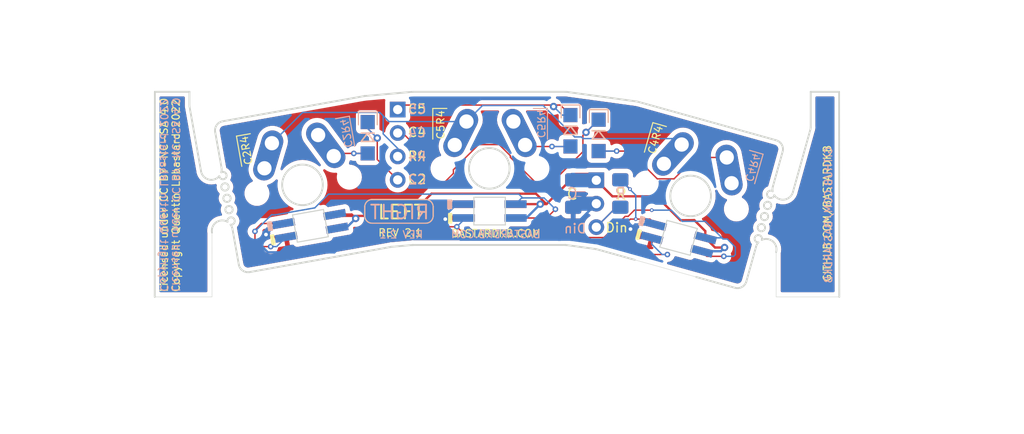
<source format=kicad_pcb>
(kicad_pcb (version 20211014) (generator pcbnew)
  (layers (0 "F.Cu" signal) (31 "B.Cu" signal) (34 "B.Paste" user) (35 "F.Paste" user) (36 "B.SilkS" user "B.Silkscreen") (37 "F.SilkS" user "F.Silkscreen") (38 "B.Mask" user) (39 "F.Mask" user) (44 "Edge.Cuts" user))
  (net 0 "")
  (net 1 "Net-(D7-Pad3)")
  (net 2 "Net-(D5-Pad2)")
  (net 3 "col2")
  (net 4 "Net-(D14-Pad2)")
  (net 5 "col4")
  (net 6 "Net-(D19-Pad2)")
  (net 7 "col5")
  (net 8 "row1")
  (net 9 "Vcc")
  (net 10 "Din")
  (net 11 "Gnd")
  (net 12 "Net-(D10-Pad3)")
  (net 13 "Net-(D10-Pad1)")
  (net 14 "Net-(D12-Pad1)")
  (net 15 "Net-(D13-Pad1)")
  (footprint "Connector_PinHeader_2.54mm:PinHeader_1x03_P2.54mm_Vertical" (layer "F.Cu") (at 105.8 75.86)
    (fp_text reference "J2" hide)
    (fp_text value "Conn_01x03_Female")
    (pad "1" thru_hole rect locked (at 0 0) (size 1.7 1.7) (drill 1) (layers *.Cu *.Mask) (net 9 "Vcc"))
    (pad "2" thru_hole oval locked (at 0 2.54) (size 1.7 1.7) (drill 1) (layers *.Cu *.Mask) (net 11 "Gnd"))
    (pad "3" thru_hole oval locked (at 0 5.08) (size 1.7 1.7) (drill 1) (layers *.Cu *.Mask) (net 10 "Din"))
  )
  (footprint "Resistor_SMD:R_1206_3216Metric_Pad1.42x1.75mm_HandSolder" (layer "F.Cu") (at 108.4 77.295 -90)
    (fp_text reference "R2" hide)
    (fp_text value "R")
    (pad "1" smd roundrect locked (at -1.4875 0 270) (size 1.425 1.75) (layers "F.Cu" "F.Paste" "F.Mask") (roundrect_rratio 0.1754392982) (net 1 "Net-(D7-Pad3)"))
    (pad "2" smd roundrect locked (at 1.4875 0 270) (size 1.425 1.75) (layers "F.Cu" "F.Paste" "F.Mask") (roundrect_rratio 0.1754392982) (net 10 "Din"))
  )
  (footprint "Connector_PinHeader_2.54mm:PinHeader_1x04_P2.54mm_Vertical" (layer "F.Cu") (at 84.3 68.2)
    (fp_text reference "J1" hide)
    (fp_text value "Conn_01x04_Female")
    (pad "1" thru_hole rect locked (at 0 0) (size 1.7 1.7) (drill 1) (layers *.Cu *.Mask) (net 7 "col5"))
    (pad "2" thru_hole oval locked (at 0 2.54) (size 1.7 1.7) (drill 1) (layers *.Cu *.Mask) (net 5 "col4"))
    (pad "3" thru_hole oval locked (at 0 5.08) (size 1.7 1.7) (drill 1) (layers *.Cu *.Mask) (net 8 "row1"))
    (pad "4" thru_hole oval locked (at 0 7.62) (size 1.7 1.7) (drill 1) (layers *.Cu *.Mask) (net 3 "col2"))
  )
  (footprint "libs2:YS-SK6812MINI-E_REVERSE" (layer "F.Cu") (at 94.25 79.2)
    (fp_text reference "D10" hide)
    (fp_text value "SK6812MINI")
    (fp_poly (pts (xy -4.1 1.3) (xy -4.45 1.3) (xy -4.45 0.25) (xy -4.1 0.25)) (layer "F.SilkS") (width 0.1) (fill solid))
    (fp_line (start -1.7 1.5) (end 1.7 1.5) (layer "Edge.Cuts") (width 0.12))
    (fp_line (start 1.7 -1.5) (end -1.7 -1.5) (layer "Edge.Cuts") (width 0.12))
    (fp_line (start 1.7 1.5) (end 1.7 -1.5) (layer "Edge.Cuts") (width 0.12))
    (fp_line (start -1.7 -1.5) (end -1.7 1.5) (layer "Edge.Cuts") (width 0.12))
    (pad "1" smd rect locked (at 2.8 0.75) (size 2.4 0.82) (layers "F.Cu" "F.Paste" "F.Mask") (net 13 "Net-(D10-Pad1)"))
    (pad "2" smd rect locked (at -2.8 0.75) (size 2.4 0.82) (layers "F.Cu" "F.Paste" "F.Mask") (net 11 "Gnd"))
    (pad "3" smd rect locked (at -2.8 -0.75) (size 2.4 0.82) (layers "F.Cu" "F.Paste" "F.Mask") (net 12 "Net-(D10-Pad3)"))
    (pad "4" smd rect locked (at 2.8 -0.75) (size 2.4 0.82) (layers "F.Cu" "F.Paste" "F.Mask") (net 9 "Vcc"))
  )
  (footprint "LED_SMD:LED_1206_3216Metric_Pad1.42x1.75mm_HandSolder" (layer "F.Cu") (at 103.3 77.3 -90)
    (fp_text reference "C1" hide)
    (fp_text value "C")
    (pad "1" smd roundrect locked (at -1.4875 0 270) (size 1.425 1.75) (layers "F.Cu" "F.Paste" "F.Mask") (roundrect_rratio 0.1754392982) (net 9 "Vcc"))
    (pad "2" smd roundrect locked (at 1.4875 0 270) (size 1.425 1.75) (layers "F.Cu" "F.Paste" "F.Mask") (roundrect_rratio 0.1754392982) (net 11 "Gnd"))
  )
  (footprint "custom:Diode_TH_SOD123" (layer "F.Cu") (at 81.05 66.25 -90)
    (fp_text reference "D5" hide)
    (fp_text value "D")
    (fp_line (start 5.4 -0.7) (end 5.4 0.7) (layer "B.SilkS") (width 0.15))
    (fp_line (start 4.5 0) (end 5.4 -0.7) (layer "B.SilkS") (width 0.15))
    (fp_line (start 2.2 -1.032) (end 3.597 -1.032) (layer "B.SilkS") (width 0.12))
    (fp_line (start 2.2 1) (end 2.2 -1.032) (layer "B.SilkS") (width 0.12))
    (fp_line (start 3.597 1) (end 2.2 1) (layer "B.SilkS") (width 0.12))
    (fp_line (start 4.5 -0.7) (end 4.5 0.7) (layer "B.SilkS") (width 0.15))
    (fp_line (start 5.4 0.7) (end 4.5 0) (layer "B.SilkS") (width 0.15))
    (fp_line (start 4.5 0) (end 5.4 -0.7) (layer "F.SilkS") (width 0.15))
    (fp_line (start 4.5 -0.7) (end 4.5 0.7) (layer "F.SilkS") (width 0.15))
    (fp_line (start 3.597 -1.032) (end 2.2 -1.032) (layer "F.SilkS") (width 0.12))
    (fp_line (start 2.2 1) (end 3.597 1) (layer "F.SilkS") (width 0.12))
    (fp_line (start 5.4 -0.7) (end 5.4 0.7) (layer "F.SilkS") (width 0.15))
    (fp_line (start 5.4 0.7) (end 4.5 0) (layer "F.SilkS") (width 0.15))
    (fp_line (start 2.2 -1.032) (end 2.2 1) (layer "F.SilkS") (width 0.12))
    (pad "1" smd rect locked (at 3.3 0 270) (size 1.524 1.524) (layers "F.Cu" "F.Paste" "F.Mask") (net 3 "col2"))
    (pad "1" smd rect locked (at 3.3 0 270) (size 1.524 1.524) (layers "B.Cu" "B.Paste" "B.Mask") (net 3 "col2"))
    (pad "2" smd rect locked (at 6.7 0 270) (size 1.524 1.524) (layers "F.Cu" "F.Paste" "F.Mask") (net 2 "Net-(D5-Pad2)"))
    (pad "2" smd rect locked (at 6.7 0 270) (size 1.524 1.524) (layers "B.Cu" "B.Paste" "B.Mask") (net 2 "Net-(D5-Pad2)"))
  )
  (footprint "custom:SW_MX_reversible" (layer "F.Cu") (at 94.2848 74.5744)
    (fp_text reference "SW19" hide)
    (fp_text value "SW_Push")
    (fp_line (start 6.225 -6.5) (end 4.7 -6.5) (layer "B.SilkS") (width 0.12))
    (fp_line (start 6.225 -6.5) (end 6.225 -3.175) (layer "B.SilkS") (width 0.12))
    (fp_line (start -6.1875 -6.498) (end -6.1875 -3.173) (layer "F.SilkS") (width 0.12))
    (fp_line (start -6.1875 -6.498) (end -4.6625 -6.498) (layer "F.SilkS") (width 0.12))
    (pad "" np_thru_hole circle (at 5.08 0) (size 1.7018 1.7018) (drill 1.7018) (layers *.Cu *.Mask))
    (pad "" np_thru_hole circle (at -5.08 0) (size 1.7018 1.7018) (drill 1.7018) (layers *.Cu *.Mask))
    (pad "1" thru_hole oval (at -3.81 -2.54 333.5) (size 2.35 5.55) (drill 1.55 (offset 0 -1.45)) (layers *.Cu *.Mask) (net 8 "row1"))
    (pad "1" thru_hole circle (at -2.54 -5.08) (size 2.35 2.35) (drill 1.55) (layers *.Cu *.Mask) (net 8 "row1"))
    (pad "2" thru_hole circle (at 2.54 -5.08) (size 2.35 2.35) (drill 1.55) (layers *.Cu *.Mask) (net 6 "Net-(D19-Pad2)"))
    (pad "2" thru_hole oval (at 3.81 -2.54 26.5) (size 2.35 5.55) (drill 1.55 (offset 0 -1.45)) (layers *.Cu *.Mask) (net 6 "Net-(D19-Pad2)"))
  )
  (footprint "custom:SW_MX_reversible" (layer "F.Cu") (at 116.078 77.5716 -16)
    (fp_text reference "SW14" hide)
    (fp_text value "SW_Push")
    (fp_line (start 6.225 -6.5) (end 6.225 -3.175) (layer "B.SilkS") (width 0.12))
    (fp_line (start 6.225 -6.5) (end 4.7 -6.5) (layer "B.SilkS") (width 0.12))
    (fp_line (start -6.1875 -6.498) (end -4.6625 -6.498) (layer "F.SilkS") (width 0.12))
    (fp_line (start -6.1875 -6.498) (end -6.1875 -3.173) (layer "F.SilkS") (width 0.12))
    (pad "" np_thru_hole circle (at 5.08 0 344) (size 1.7018 1.7018) (drill 1.7018) (layers *.Cu *.Mask))
    (pad "" np_thru_hole circle (at -5.08 0 344) (size 1.7018 1.7018) (drill 1.7018) (layers *.Cu *.Mask))
    (pad "1" thru_hole oval (at -3.81 -2.54 317.5) (size 2.35 5.55) (drill 1.55 (offset 0 -1.45)) (layers *.Cu *.Mask) (net 8 "row1"))
    (pad "1" thru_hole circle (at -2.54 -5.08 344) (size 2.35 2.35) (drill 1.55) (layers *.Cu *.Mask) (net 8 "row1"))
    (pad "2" thru_hole circle (at 2.54 -5.08 344) (size 2.35 2.35) (drill 1.55) (layers *.Cu *.Mask) (net 4 "Net-(D14-Pad2)"))
    (pad "2" thru_hole oval (at 3.81 -2.54 10.5) (size 2.35 5.55) (drill 1.55 (offset 0 -1.45)) (layers *.Cu *.Mask) (net 4 "Net-(D14-Pad2)"))
  )
  (footprint "libs2:YS-SK6812MINI-E_REVERSE" (layer "F.Cu") (at 74.85 80.8 10)
    (fp_text reference "D12" hide)
    (fp_text value "SK6812MINI")
    (fp_poly (pts (xy -4.1 1.3) (xy -4.45 1.3) (xy -4.45 0.25) (xy -4.1 0.25)) (layer "F.SilkS") (width 0.1) (fill solid))
    (fp_line (start 1.7 -1.5) (end -1.7 -1.5) (layer "Edge.Cuts") (width 0.12))
    (fp_line (start -1.7 -1.5) (end -1.7 1.5) (layer "Edge.Cuts") (width 0.12))
    (fp_line (start -1.7 1.5) (end 1.7 1.5) (layer "Edge.Cuts") (width 0.12))
    (fp_line (start 1.7 1.5) (end 1.7 -1.5) (layer "Edge.Cuts") (width 0.12))
    (pad "1" smd rect locked (at 2.8 0.75 10) (size 2.4 0.82) (layers "F.Cu" "F.Paste" "F.Mask") (net 14 "Net-(D12-Pad1)"))
    (pad "2" smd rect locked (at -2.8 0.75 10) (size 2.4 0.82) (layers "F.Cu" "F.Paste" "F.Mask") (net 11 "Gnd"))
    (pad "3" smd rect locked (at -2.8 -0.75 10) (size 2.4 0.82) (layers "F.Cu" "F.Paste" "F.Mask") (net 13 "Net-(D10-Pad1)"))
    (pad "4" smd rect locked (at 2.8 -0.75 10) (size 2.4 0.82) (layers "F.Cu" "F.Paste" "F.Mask") (net 9 "Vcc"))
  )
  (footprint "custom:Diode_TH_SOD123" (layer "F.Cu") (at 103 65.5 -90)
    (fp_text reference "D19" hide)
    (fp_text value "D")
    (fp_line (start 5.4 0.7) (end 4.5 0) (layer "B.SilkS") (width 0.15))
    (fp_line (start 3.597 1) (end 2.2 1) (layer "B.SilkS") (width 0.12))
    (fp_line (start 4.5 -0.7) (end 4.5 0.7) (layer "B.SilkS") (width 0.15))
    (fp_line (start 2.2 1) (end 2.2 -1.032) (layer "B.SilkS") (width 0.12))
    (fp_line (start 2.2 -1.032) (end 3.597 -1.032) (layer "B.SilkS") (width 0.12))
    (fp_line (start 4.5 0) (end 5.4 -0.7) (layer "B.SilkS") (width 0.15))
    (fp_line (start 5.4 -0.7) (end 5.4 0.7) (layer "B.SilkS") (width 0.15))
    (fp_line (start 5.4 -0.7) (end 5.4 0.7) (layer "F.SilkS") (width 0.15))
    (fp_line (start 4.5 0) (end 5.4 -0.7) (layer "F.SilkS") (width 0.15))
    (fp_line (start 3.597 -1.032) (end 2.2 -1.032) (layer "F.SilkS") (width 0.12))
    (fp_line (start 4.5 -0.7) (end 4.5 0.7) (layer "F.SilkS") (width 0.15))
    (fp_line (start 2.2 1) (end 3.597 1) (layer "F.SilkS") (width 0.12))
    (fp_line (start 2.2 -1.032) (end 2.2 1) (layer "F.SilkS") (width 0.12))
    (fp_line (start 5.4 0.7) (end 4.5 0) (layer "F.SilkS") (width 0.15))
    (pad "1" smd rect locked (at 3.3 0 270) (size 1.524 1.524) (layers "F.Cu" "F.Paste" "F.Mask") (net 7 "col5"))
    (pad "1" smd rect locked (at 3.3 0 270) (size 1.524 1.524) (layers "B.Cu" "B.Paste" "B.Mask") (net 7 "col5"))
    (pad "2" smd rect locked (at 6.7 0 270) (size 1.524 1.524) (layers "F.Cu" "F.Paste" "F.Mask") (net 6 "Net-(D19-Pad2)"))
    (pad "2" smd rect locked (at 6.7 0 270) (size 1.524 1.524) (layers "B.Cu" "B.Paste" "B.Mask") (net 6 "Net-(D19-Pad2)"))
  )
  (footprint "libs2:YS-SK6812MINI-E_REVERSE" (layer "F.Cu") (at 114.7 82.1 -15)
    (fp_text reference "D7" hide)
    (fp_text value "SK6812MINI")
    (fp_poly (pts (xy -4.1 1.3) (xy -4.45 1.3) (xy -4.45 0.25) (xy -4.1 0.25)) (layer "F.SilkS") (width 0.1) (fill solid))
    (fp_line (start -1.7 -1.5) (end -1.7 1.5) (layer "Edge.Cuts") (width 0.12))
    (fp_line (start 1.7 1.5) (end 1.7 -1.5) (layer "Edge.Cuts") (width 0.12))
    (fp_line (start -1.7 1.5) (end 1.7 1.5) (layer "Edge.Cuts") (width 0.12))
    (fp_line (start 1.7 -1.5) (end -1.7 -1.5) (layer "Edge.Cuts") (width 0.12))
    (pad "1" smd rect locked (at 2.8 0.75 345) (size 2.4 0.82) (layers "F.Cu" "F.Paste" "F.Mask") (net 12 "Net-(D10-Pad3)"))
    (pad "2" smd rect locked (at -2.8 0.75 345) (size 2.4 0.82) (layers "F.Cu" "F.Paste" "F.Mask") (net 11 "Gnd"))
    (pad "3" smd rect locked (at -2.8 -0.75 345) (size 2.4 0.82) (layers "F.Cu" "F.Paste" "F.Mask") (net 1 "Net-(D7-Pad3)"))
    (pad "4" smd rect locked (at 2.8 -0.75 345) (size 2.4 0.82) (layers "F.Cu" "F.Paste" "F.Mask") (net 9 "Vcc"))
  )
  (footprint "custom:SW_MX_reversible" (layer "F.Cu") (at 74.0664 76.4032 10)
    (fp_text reference "SW5" hide)
    (fp_text value "SW_Push")
    (fp_line (start 6.225 -6.5) (end 4.7 -6.5) (layer "B.SilkS") (width 0.12))
    (fp_line (start 6.225 -6.5) (end 6.225 -3.175) (layer "B.SilkS") (width 0.12))
    (fp_line (start -6.1875 -6.498) (end -6.1875 -3.173) (layer "F.SilkS") (width 0.12))
    (fp_line (start -6.1875 -6.498) (end -4.6625 -6.498) (layer "F.SilkS") (width 0.12))
    (pad "" np_thru_hole circle (at 5.08 0 10) (size 1.7018 1.7018) (drill 1.7018) (layers *.Cu *.Mask))
    (pad "" np_thru_hole circle (at -5.08 0 10) (size 1.7018 1.7018) (drill 1.7018) (layers *.Cu *.Mask))
    (pad "1" thru_hole circle (at -2.54 -5.08 10) (size 2.35 2.35) (drill 1.55) (layers *.Cu *.Mask) (net 8 "row1"))
    (pad "1" thru_hole oval (at -3.81 -2.54 343.5) (size 2.35 5.55) (drill 1.55 (offset 0 -1.45)) (layers *.Cu *.Mask) (net 8 "row1"))
    (pad "2" thru_hole circle (at 2.54 -5.08 10) (size 2.35 2.35) (drill 1.55) (layers *.Cu *.Mask) (net 2 "Net-(D5-Pad2)"))
    (pad "2" thru_hole oval (at 3.81 -2.54 36.5) (size 2.35 5.55) (drill 1.55 (offset 0 -1.45)) (layers *.Cu *.Mask) (net 2 "Net-(D5-Pad2)"))
  )
  (footprint "custom:Diode_TH_SOD123" (layer "F.Cu") (at 106.05 66 -90)
    (fp_text reference "D14" hide)
    (fp_text value "D")
    (fp_line (start 3.597 1) (end 2.2 1) (layer "B.SilkS") (width 0.12))
    (fp_line (start 5.4 0.7) (end 4.5 0) (layer "B.SilkS") (width 0.15))
    (fp_line (start 2.2 -1.032) (end 3.597 -1.032) (layer "B.SilkS") (width 0.12))
    (fp_line (start 5.4 -0.7) (end 5.4 0.7) (layer "B.SilkS") (width 0.15))
    (fp_line (start 2.2 1) (end 2.2 -1.032) (layer "B.SilkS") (width 0.12))
    (fp_line (start 4.5 -0.7) (end 4.5 0.7) (layer "B.SilkS") (width 0.15))
    (fp_line (start 4.5 0) (end 5.4 -0.7) (layer "B.SilkS") (width 0.15))
    (fp_line (start 5.4 0.7) (end 4.5 0) (layer "F.SilkS") (width 0.15))
    (fp_line (start 4.5 -0.7) (end 4.5 0.7) (layer "F.SilkS") (width 0.15))
    (fp_line (start 3.597 -1.032) (end 2.2 -1.032) (layer "F.SilkS") (width 0.12))
    (fp_line (start 5.4 -0.7) (end 5.4 0.7) (layer "F.SilkS") (width 0.15))
    (fp_line (start 2.2 1) (end 3.597 1) (layer "F.SilkS") (width 0.12))
    (fp_line (start 2.2 -1.032) (end 2.2 1) (layer "F.SilkS") (width 0.12))
    (fp_line (start 4.5 0) (end 5.4 -0.7) (layer "F.SilkS") (width 0.15))
    (pad "1" smd rect locked (at 3.3 0 270) (size 1.524 1.524) (layers "B.Cu" "B.Paste" "B.Mask") (net 5 "col4"))
    (pad "1" smd rect locked (at 3.3 0 270) (size 1.524 1.524) (layers "F.Cu" "F.Paste" "F.Mask") (net 5 "col4"))
    (pad "2" smd rect locked (at 6.7 0 270) (size 1.524 1.524) (layers "F.Cu" "F.Paste" "F.Mask") (net 4 "Net-(D14-Pad2)"))
    (pad "2" smd rect locked (at 6.7 0 270) (size 1.524 1.524) (layers "B.Cu" "B.Paste" "B.Mask") (net 4 "Net-(D14-Pad2)"))
  )
  (footprint "libs2:YS-SK6812MINI-E_REVERSE_NO_EDGECUT" (layer "B.Cu") (at 94.25 79.2)
    (fp_text reference "D11" hide)
    (fp_text value "SK6812MINI")
    (fp_poly (pts (xy -4.1 -1.2) (xy -4.55 -1.2) (xy -4.55 -0.25) (xy -4.1 -0.25)) (layer "B.SilkS") (width 0.1) (fill solid))
    (pad "1" smd rect locked (at 2.8 -0.75) (size 2.4 0.82) (layers "B.Cu" "B.Paste" "B.Mask") (net 13 "Net-(D10-Pad1)"))
    (pad "2" smd rect locked (at -2.8 -0.75) (size 2.4 0.82) (layers "B.Cu" "B.Paste" "B.Mask") (net 11 "Gnd"))
    (pad "3" smd rect locked (at -2.8 0.75) (size 2.4 0.82) (layers "B.Cu" "B.Paste" "B.Mask") (net 12 "Net-(D10-Pad3)"))
    (pad "4" smd rect locked (at 2.8 0.75) (size 2.4 0.82) (layers "B.Cu" "B.Paste" "B.Mask") (net 9 "Vcc"))
  )
  (footprint "libs2:YS-SK6812MINI-E_REVERSE_NO_EDGECUT" (layer "B.Cu") (at 74.85 80.8 10)
    (fp_text reference "D13" hide)
    (fp_text value "SK6812MINI")
    (fp_poly (pts (xy -4.1 -1.2) (xy -4.55 -1.2) (xy -4.55 -0.25) (xy -4.1 -0.25)) (layer "B.SilkS") (width 0.1) (fill solid))
    (pad "1" smd rect locked (at 2.8 -0.75 10) (size 2.4 0.82) (layers "B.Cu" "B.Paste" "B.Mask") (net 15 "Net-(D13-Pad1)"))
    (pad "2" smd rect locked (at -2.8 -0.75 10) (size 2.4 0.82) (layers "B.Cu" "B.Paste" "B.Mask") (net 11 "Gnd"))
    (pad "3" smd rect locked (at -2.8 0.75 10) (size 2.4 0.82) (layers "B.Cu" "B.Paste" "B.Mask") (net 13 "Net-(D10-Pad1)"))
    (pad "4" smd rect locked (at 2.8 0.75 10) (size 2.4 0.82) (layers "B.Cu" "B.Paste" "B.Mask") (net 9 "Vcc"))
  )
  (footprint "LED_SMD:LED_1206_3216Metric_Pad1.42x1.75mm_HandSolder" (layer "B.Cu") (at 103.3 77.3 -90)
    (fp_text reference "C2" hide)
    (fp_text value "C")
    (pad "1" smd roundrect locked (at -1.4875 0 270) (size 1.425 1.75) (layers "B.Cu" "B.Paste" "B.Mask") (roundrect_rratio 0.1754392982) (net 9 "Vcc"))
    (pad "2" smd roundrect locked (at 1.4875 0 270) (size 1.425 1.75) (layers "B.Cu" "B.Paste" "B.Mask") (roundrect_rratio 0.1754392982) (net 11 "Gnd"))
  )
  (footprint "Resistor_SMD:R_1206_3216Metric_Pad1.42x1.75mm_HandSolder" (layer "B.Cu") (at 108.4 77.3 -90)
    (fp_text reference "R1" hide)
    (fp_text value "R")
    (pad "1" smd roundrect locked (at -1.4875 0 270) (size 1.425 1.75) (layers "B.Cu" "B.Paste" "B.Mask") (roundrect_rratio 0.1754392982) (net 1 "Net-(D7-Pad3)"))
    (pad "2" smd roundrect locked (at 1.4875 0 270) (size 1.425 1.75) (layers "B.Cu" "B.Paste" "B.Mask") (roundrect_rratio 0.1754392982) (net 10 "Din"))
  )
  (footprint "libs2:YS-SK6812MINI-E_REVERSE_NO_EDGECUT" (layer "B.Cu") (at 114.7 82.1 -15)
    (fp_text reference "D8" hide)
    (fp_text value "SK6812MINI")
    (fp_poly (pts (xy -4.1 -1.2) (xy -4.55 -1.2) (xy -4.55 -0.25) (xy -4.1 -0.25)) (layer "B.SilkS") (width 0.1) (fill solid))
    (pad "1" smd rect locked (at 2.8 -0.75 345) (size 2.4 0.82) (layers "B.Cu" "B.Paste" "B.Mask") (net 12 "Net-(D10-Pad3)"))
    (pad "2" smd rect locked (at -2.8 -0.75 345) (size 2.4 0.82) (layers "B.Cu" "B.Paste" "B.Mask") (net 11 "Gnd"))
    (pad "3" smd rect locked (at -2.8 0.75 345) (size 2.4 0.82) (layers "B.Cu" "B.Paste" "B.Mask") (net 1 "Net-(D7-Pad3)"))
    (pad "4" smd rect locked (at 2.8 0.75 345) (size 2.4 0.82) (layers "B.Cu" "B.Paste" "B.Mask") (net 9 "Vcc"))
  )
  (gr_arc (start 88.137297 79.736194) (mid 87.897627 80.288088) (end 87.341219 80.517084) (layer "B.SilkS") (width 0.12))
  (gr_line (start 88.137297 79.736194) (end 88.137297 78.717083) (layer "B.SilkS") (width 0.12))
  (gr_line (start 81.531408 77.946005) (end 87.356408 77.946005) (layer "B.SilkS") (width 0.12))
  (gr_arc (start 87.356408 77.946005) (mid 87.89966 78.176793) (end 88.137297 78.717083) (layer "B.SilkS") (width 0.12))
  (gr_arc (start 80.73533 78.726894) (mid 80.975 78.175) (end 81.531408 77.946004) (layer "B.SilkS") (width 0.12))
  (gr_line (start 87.341219 80.517084) (end 81.516219 80.517083) (layer "B.SilkS") (width 0.12))
  (gr_line (start 80.73533 78.726894) (end 80.73533 79.746005) (layer "B.SilkS") (width 0.12))
  (gr_arc (start 81.516219 80.517083) (mid 80.972967 80.286295) (end 80.73533 79.746005) (layer "B.SilkS") (width 0.12))
  (gr_arc (start 88.137298 79.746005) (mid 87.89966 80.286295) (end 87.356409 80.517083) (layer "F.SilkS") (width 0.12))
  (gr_line (start 88.137298 78.726894) (end 88.137298 79.746005) (layer "F.SilkS") (width 0.12))
  (gr_arc (start 80.735331 78.717083) (mid 80.972969 78.176793) (end 81.51622 77.946005) (layer "F.SilkS") (width 0.12))
  (gr_line (start 87.34122 77.946005) (end 81.51622 77.946005) (layer "F.SilkS") (width 0.12))
  (gr_line (start 81.531409 80.517084) (end 87.356409 80.517083) (layer "F.SilkS") (width 0.12))
  (gr_line (start 80.735331 79.736194) (end 80.735331 78.717083) (layer "F.SilkS") (width 0.12))
  (gr_arc (start 81.531409 80.517084) (mid 80.975001 80.288088) (end 80.735331 79.736194) (layer "F.SilkS") (width 0.12))
  (gr_arc (start 87.34122 77.946004) (mid 87.897628 78.175) (end 88.137298 78.726894) (layer "F.SilkS") (width 0.12))
  (gr_arc (start 125.273543 71.528083) (mid 125.875837 72.000342) (end 125.967786 72.760166) (layer "Edge.Cuts") (width 0.2))
  (gr_line (start 85.870044 82.877356) (end 83.663617 83.072334) (layer "Edge.Cuts") (width 0.2))
  (gr_circle (center 94.21397 74.573475) (end 96.41397 74.573475) (layer "Edge.Cuts") (width 0.2) (fill none))
  (gr_circle (center 65.602185 76.585298) (end 66.002185 76.585298) (layer "Edge.Cuts") (width 0.2) (fill none))
  (gr_line (start 129.008891 66.273475) (end 132.079391 66.273475) (layer "Edge.Cuts") (width 0.2))
  (gr_circle (center 65.821393 77.815927) (end 66.221393 77.815927) (layer "Edge.Cuts") (width 0.2) (fill none))
  (gr_arc (start 127.079392 77.145648) (mid 126.178192 77.953235) (end 125.066 77.476385) (layer "Edge.Cuts") (width 0.2))
  (gr_arc (start 122.041556 86.822339) (mid 121.569297 87.424633) (end 120.809474 87.516581) (layer "Edge.Cuts") (width 0.2))
  (gr_line (start 109.953123 84.485433) (end 105.8498 83.339765) (layer "Edge.Cuts") (width 0.2))
  (gr_line (start 80.752529 66.729582) (end 85.870044 66.277357) (layer "Edge.Cuts") (width 0.2))
  (gr_line (start 110.313869 67.351267) (end 125.273543 71.528083) (layer "Edge.Cuts") (width 0.2))
  (gr_line (start 123.097067 83.041925) (end 122.041557 86.822338) (layer "Edge.Cuts") (width 0.2))
  (gr_arc (start 65.868918 80.362055) (mid 66.527591 79.980044) (end 66.215918 80.674769) (layer "Edge.Cuts") (width 0.2))
  (gr_line (start 64.198124 81.533201) (end 64.2 88.5) (layer "Edge.Cuts") (width 0.05))
  (gr_arc (start 124.888938 77.044125) (mid 124.872041 76.791028) (end 124.912276 76.540578) (layer "Edge.Cuts") (width 0.2))
  (gr_line (start 132.079391 66.273475) (end 132.1 88.5) (layer "Edge.Cuts") (width 0.2))
  (gr_arc (start 125.066 77.476384) (mid 124.306821 77.534967) (end 124.888937 77.044125) (layer "Edge.Cuts") (width 0.2))
  (gr_circle (center 116.010422 77.559217) (end 118.210422 77.559217) (layer "Edge.Cuts") (width 0.2) (fill none))
  (gr_arc (start 123.097067 83.041925) (mid 123.19239 82.806856) (end 123.337955 82.599119) (layer "Edge.Cuts") (width 0.2))
  (gr_arc (start 65.204499 74.996694) (mid 65.736891 75.54107) (end 64.986821 75.409994) (layer "Edge.Cuts") (width 0.2))
  (gr_line (start 65.350353 69.469185) (end 80.665188 66.741197) (layer "Edge.Cuts") (width 0.2))
  (gr_line (start 58.014399 66.273475) (end 61.756142 66.273475) (layer "Edge.Cuts") (width 0.2))
  (gr_circle (center 124.004671 79.791252) (end 124.404671 79.791252) (layer "Edge.Cuts") (width 0.2) (fill none))
  (gr_line (start 105.716596 83.31218) (end 102.581512 82.882727) (layer "Edge.Cuts") (width 0.2))
  (gr_line (start 65.229531 74.49323) (end 64.541216 70.629055) (layer "Edge.Cuts") (width 0.2))
  (gr_arc (start 80.665187 66.741197) (mid 80.70873 66.734427) (end 80.752529 66.729582) (layer "Edge.Cuts") (width 0.2))
  (gr_line (start 61.756142 66.273475) (end 61.756142 67.823994) (layer "Edge.Cuts") (width 0.2))
  (gr_circle (center 124.340821 78.587298) (end 124.740821 78.587298) (layer "Edge.Cuts") (width 0.2) (fill none))
  (gr_line (start 58 88.5) (end 58.014399 66.273475) (layer "Edge.Cuts") (width 0.2))
  (gr_arc (start 123.713331 82.321102) (mid 124.911681 82.489368) (end 125.264183 83.646995) (layer "Edge.Cuts") (width 0.2))
  (gr_line (start 109.953123 84.485433) (end 116.623545 86.347849) (layer "Edge.Cuts") (width 0.05))
  (gr_line (start 85.958069 66.273475) (end 102.445796 66.273475) (layer "Edge.Cuts") (width 0.2))
  (gr_arc (start 66.215917 80.674769) (mid 66.340901 80.895502) (end 66.413256 81.138625) (layer "Edge.Cuts") (width 0.2))
  (gr_line (start 83.576275 83.083949) (end 68.26144 85.811937) (layer "Edge.Cuts") (width 0.2))
  (gr_arc (start 110.180665 67.323682) (mid 110.247737 67.335207) (end 110.313869 67.351267) (layer "Edge.Cuts") (width 0.2))
  (gr_line (start 67.101571 85.0028) (end 66.413256 81.138625) (layer "Edge.Cuts") (width 0.2))
  (gr_circle (center 66.040602 79.046556) (end 66.440602 79.046556) (layer "Edge.Cuts") (width 0.2) (fill none))
  (gr_arc (start 102.445797 66.273476) (mid 102.513812 66.275792) (end 102.581512 66.282728) (layer "Edge.Cuts") (width 0.2))
  (gr_line (start 61.756142 67.823994) (end 63.014399 74.887804) (layer "Edge.Cuts") (width 0.2))
  (gr_circle (center 123.668522 80.995205) (end 124.068522 80.995205) (layer "Edge.Cuts") (width 0.2) (fill none))
  (gr_arc (start 129.008891 70.097974) (mid 128.999639 70.23369) (end 128.972054 70.366894) (layer "Edge.Cuts") (width 0.2))
  (gr_arc (start 64.198124 81.533201) (mid 64.659956 80.41469) (end 65.868917 80.362054) (layer "Edge.Cuts") (width 0.2))
  (gr_line (start 125.264183 88.5) (end 132.1 88.5) (layer "Edge.Cuts") (width 0.05))
  (gr_arc (start 65.229531 74.493229) (mid 65.245577 74.746382) (end 65.204499 74.996695) (layer "Edge.Cuts") (width 0.2))
  (gr_arc (start 64.541216 70.629054) (mid 64.705568 69.881542) (end 65.350353 69.469185) (layer "Edge.Cuts") (width 0.2))
  (gr_line (start 120.809474 87.516581) (end 116.623545 86.347849) (layer "Edge.Cuts") (width 0.2))
  (gr_line (start 102.445796 82.873475) (end 85.958069 82.873475) (layer "Edge.Cuts") (width 0.2))
  (gr_line (start 125.967786 72.760166) (end 124.912276 76.540578) (layer "Edge.Cuts") (width 0.2))
  (gr_arc (start 85.870044 82.877357) (mid 85.914014 82.874446) (end 85.958069 82.873475) (layer "Edge.Cuts") (width 0.2))
  (gr_line (start 129.008891 70.097974) (end 129.008891 66.273475) (layer "Edge.Cuts") (width 0.2))
  (gr_circle (center 73.99277 76.360383) (end 76.19277 76.360383) (layer "Edge.Cuts") (width 0.2) (fill none))
  (gr_arc (start 105.716596 83.31218) (mid 105.783668 83.323705) (end 105.8498 83.339765) (layer "Edge.Cuts") (width 0.2))
  (gr_line (start 64.198124 88.5) (end 58 88.5) (layer "Edge.Cuts") (width 0.05))
  (gr_line (start 102.581512 66.282728) (end 110.180665 67.323682) (layer "Edge.Cuts") (width 0.2))
  (gr_line (start 127.079391 77.145648) (end 128.972054 70.366894) (layer "Edge.Cuts") (width 0.2))
  (gr_arc (start 123.337956 82.599119) (mid 123.094302 81.877719) (end 123.713331 82.321102) (layer "Edge.Cuts") (width 0.2))
  (gr_line (start 125.264183 83.646995) (end 125.264183 88.5) (layer "Edge.Cuts") (width 0.05))
  (gr_arc (start 85.870044 66.277357) (mid 85.914014 66.274446) (end 85.958069 66.273475) (layer "Edge.Cuts") (width 0.2))
  (gr_arc (start 68.261441 85.811936) (mid 67.513928 85.647585) (end 67.101571 85.0028) (layer "Edge.Cuts") (width 0.2))
  (gr_arc (start 83.576275 83.083949) (mid 83.619818 83.077179) (end 83.663617 83.072334) (layer "Edge.Cuts") (width 0.2))
  (gr_arc (start 64.986822 75.409993) (mid 63.834046 75.778049) (end 63.014399 74.887804) (layer "Edge.Cuts") (width 0.2))
  (gr_arc (start 102.445796 82.873475) (mid 102.513811 82.875791) (end 102.581512 82.882727) (layer "Edge.Cuts") (width 0.2))
  (gr_text "C5R4" (at 99.8 69.725 270) (layer "B.SilkS") (effects (font (size 0.8 0.8) (thickness 0.12)) (justify mirror)))
  (gr_text "Licensed under CC BY-NC-SA 4.0\nCopyright Quentin Lebastard 2022" (at 59.640491 88.0169 -90) (layer "B.SilkS") (effects (font (size 0.8 0.8) (thickness 0.12)) (justify left mirror)))
  (gr_text "GITHUB.COM/BASTARDKB" (at 130.925 79.625 90) (layer "B.SilkS") (effects (font (size 0.8 0.8) (thickness 0.12)) (justify mirror)))
  (gr_text "Din" (at 103.5 81.1) (layer "B.SilkS") (effects (font (size 1 1)) (justify mirror)))
  (gr_text "R4" (at 86.4 73.3) (layer "B.SilkS") (effects (font (size 1 1)) (justify mirror)))
  (gr_text "C4R4" (at 122.7 74.475 254) (layer "B.SilkS") (effects (font (size 0.8 0.8) (thickness 0.12)) (justify mirror)))
  (gr_text "R" (at 108.4 77.3) (layer "B.SilkS") (effects (font (size 1.2 1.2)) (justify mirror)))
  (gr_text "C2" (at 86.4 75.8) (layer "B.SilkS") (effects (font (size 1 1)) (justify mirror)))
  (gr_text "C5" (at 86.4 68.1735) (layer "B.SilkS") (effects (font (size 1 1)) (justify mirror)))
  (gr_text "C2R4" (at 78.7 70.775 280) (layer "B.SilkS") (effects (font (size 0.8 0.8) (thickness 0.12)) (justify mirror)))
  (gr_text "C4" (at 86.4 70.7) (layer "B.SilkS") (effects (font (size 1 1)) (justify mirror)))
  (gr_text "RIGHT" (at 84.506408 79.319584) (layer "B.SilkS") (effects (font (size 1.5 1.5) (thickness 0.2)) (justify mirror)))
  (gr_text "BASTARDKB.COM" (at 94.925 81.725) (layer "B.SilkS") (effects (font (size 0.8 0.8) (thickness 0.12)) (justify mirror)))
  (gr_text "REV 2.1" (at 84.675 81.75) (layer "B.SilkS") (effects (font (size 0.8 0.8) (thickness 0.12)) (justify mirror)))
  (gr_text "C" (at 103.2 77.3) (layer "B.SilkS") (effects (font (size 1.2 1.2)) (justify mirror)))
  (gr_text "C4" (at 86.4 70.6525) (layer "F.SilkS") (effects (font (size 1 1))))
  (gr_text "C4R4" (at 112.2 71.475 74) (layer "F.SilkS") (effects (font (size 0.8 0.8) (thickness 0.12))))
  (gr_text "C2" (at 86.4 75.7525) (layer "F.SilkS") (effects (font (size 1 1))))
  (gr_text "GITHUB.COM/BASTARDKB" (at 130.8 79.45 90) (layer "F.SilkS") (effects (font (size 0.8 0.8) (thickness 0.12))))
  (gr_text "C" (at 103.2 77.3645) (layer "F.SilkS") (effects (font (size 1.2 1.2))))
  (gr_text "C2R4" (at 67.925 72.625 100) (layer "F.SilkS") (effects (font (size 0.8 0.8) (thickness 0.12))))
  (gr_text "LEFT" (at 84.656409 79.317084) (layer "F.SilkS") (effects (font (size 1.5 1.5) (thickness 0.2))))
  (gr_text "C5" (at 86.4 68.126) (layer "F.SilkS") (effects (font (size 1 1))))
  (gr_text "Din" (at 108 81) (layer "F.SilkS") (effects (font (size 1 1))))
  (gr_text "R4" (at 86.4 73.2525) (layer "F.SilkS") (effects (font (size 1 1))))
  (gr_text "Licensed under CC BY-NC-SA 4.0\nCopyright Quentin Lebastard 2022" (at 59.65 88.05 90) (layer "F.SilkS") (effects (font (size 0.8 0.8) (thickness 0.12)) (justify left)))
  (gr_text "C5R4" (at 88.95 69.85 90) (layer "F.SilkS") (effects (font (size 0.8 0.8) (thickness 0.12))))
  (gr_text "BASTARDKB.COM" (at 94.925 81.625) (layer "F.SilkS") (effects (font (size 0.8 0.8) (thickness 0.12))))
  (gr_text "R" (at 108.5 77.3645) (layer "F.SilkS") (effects (font (size 1.2 1.2))))
  (gr_text "REV 2.1" (at 84.575 81.55) (layer "F.SilkS") (effects (font (size 0.8 0.8) (thickness 0.12))))
  (segment (start 109.477695 82.527695) (end 108.721566 81.771566) (width 0.1524) (layer "F.Cu") (net 1))
  (segment (start 108.721566 80.828434) (end 108.721566 81.771566) (width 0.1524) (layer "F.Cu") (net 1))
  (segment (start 111.609696 80.071036) (end 110.071036 80.071036) (width 0.1524) (layer "F.Cu") (net 1))
  (segment (start 108.428987 75.8075) (end 109.44375 76.822263) (width 0.1524) (layer "F.Cu") (net 1))
  (segment (start 109.497305 82.527695) (end 109.477695 82.527695) (width 0.1524) (layer "F.Cu") (net 1))
  (segment (start 113.493866 83.909497) (end 110.879107 83.909497) (width 0.1524) (layer "F.Cu") (net 1))
  (segment (start 108.4 75.8075) (end 108.428987 75.8075) (width 0.1524) (layer "F.Cu") (net 1))
  (segment (start 110.879107 83.909497) (end 109.497305 82.527695) (width 0.1524) (layer "F.Cu") (net 1))
  (segment (start 109.478964 80.071036) (end 108.721566 80.828434) (width 0.1524) (layer "F.Cu") (net 1))
  (segment (start 110.071036 80.071036) (end 109.478964 80.071036) (width 0.1524) (layer "F.Cu") (net 1))
  (segment (start 112.189522 80.650862) (end 111.609696 80.071036) (width 0.1524) (layer "F.Cu") (net 1))
  (via (at 113.493866 83.909497) (size 0.6) (drill 0.3) (layers "F.Cu" "B.Cu") (net 1))
  (via (at 109.44375 76.822263) (size 0.4) (drill 0.2) (layers "F.Cu" "B.Cu") (net 1))
  (via (at 110.071036 80.071036) (size 0.4) (drill 0.2) (layers "F.Cu" "B.Cu") (net 1))
  (segment (start 111.801293 82.783895) (end 112.926895 83.909497) (width 0.1524) (layer "B.Cu") (net 1))
  (segment (start 112.926895 83.909497) (end 113.493866 83.909497) (width 0.1524) (layer "B.Cu") (net 1))
  (segment (start 111.801293 82.099751) (end 111.801293 82.783895) (width 0.1524) (layer "B.Cu") (net 1))
  (segment (start 110.071036 77.483536) (end 110.071036 80.071036) (width 0.1524) (layer "B.Cu") (net 1))
  (segment (start 108.4 75.8125) (end 110.071036 77.483536) (width 0.1524) (layer "B.Cu") (net 1))
  (segment (start 81.05 72.95) (end 77.66764 72.95) (width 0.1524) (layer "F.Cu") (net 2))
  (segment (start 77.66764 72.95) (end 77.377451 73.240189) (width 0.1524) (layer "F.Cu") (net 2))
  (via (at 79.55 72.95) (size 0.6) (drill 0.3) (layers "F.Cu" "B.Cu") (net 2))
  (segment (start 81.05 72.95) (end 79.55 72.95) (width 0.1524) (layer "B.Cu") (net 2))
  (segment (start 81.05 70.25) (end 82.08821 71.28821) (width 0.1524) (layer "F.Cu") (net 3))
  (segment (start 82.08821 71.28821) (end 82.08821 73.60821) (width 0.1524) (layer "F.Cu") (net 3))
  (segment (start 81.05 69.55) (end 81.05 70.25) (width 0.1524) (layer "F.Cu") (net 3))
  (segment (start 82.08821 73.60821) (end 84.3 75.82) (width 0.1524) (layer "F.Cu") (net 3))
  (via (at 82.08821 71.28821) (size 0.8) (drill 0.4) (layers "F.Cu" "B.Cu") (net 3))
  (segment (start 81.05 69.55) (end 81.05 70.25) (width 0.1524) (layer "B.Cu") (net 3))
  (segment (start 81.05 70.25) (end 82.08821 71.28821) (width 0.1524) (layer "B.Cu") (net 3))
  (segment (start 112.397557 75.706018) (end 114.211525 75.706018) (width 0.1524) (layer "F.Cu") (net 4))
  (segment (start 106.05 72.7) (end 109.391539 72.7) (width 0.1524) (layer "F.Cu") (net 4))
  (segment (start 114.211525 75.706018) (end 116.529034 73.388509) (width 0.1524) (layer "F.Cu") (net 4))
  (segment (start 116.529034 73.388509) (end 119.919842 73.388509) (width 0.1524) (layer "F.Cu") (net 4))
  (segment (start 109.391539 72.7) (end 112.397557 75.706018) (width 0.1524) (layer "F.Cu") (net 4))
  (via (at 108 72.7) (size 0.6) (drill 0.3) (layers "F.Cu" "B.Cu") (net 4))
  (segment (start 106.05 72.7) (end 108 72.7) (width 0.1524) (layer "B.Cu") (net 4))
  (segment (start 86.3 72.2) (end 84.84 70.74) (width 0.1524) (layer "F.Cu") (net 5))
  (segment (start 84.84 70.74) (end 84.3 70.74) (width 0.1524) (layer "F.Cu") (net 5))
  (segment (start 90.331901 74.722922) (end 90.331901 75.115409) (width 0.1524) (layer "F.Cu") (net 5))
  (segment (start 104.35 72.76462) (end 100.67462 76.44) (width 0.1524) (layer "F.Cu") (net 5))
  (segment (start 87.06 76.04) (end 87.0128 76.04) (width 0.1524) (layer "F.Cu") (net 5))
  (segment (start 106.05 69.3) (end 104.685 70.665) (width 0.1524) (layer "F.Cu") (net 5))
  (segment (start 104.35 71) (end 104.35 72.76462) (width 0.1524) (layer "F.Cu") (net 5))
  (segment (start 93.059073 71.99575) (end 90.331901 74.722922) (width 0.1524) (layer "F.Cu") (net 5))
  (segment (start 87.06 76.04) (end 86.3 75.28) (width 0.1524) (layer "F.Cu") (net 5))
  (segment (start 95.283828 71.99575) (end 93.059073 71.99575) (width 0.1524) (layer "F.Cu") (net 5))
  (segment (start 96.498179 73.210101) (end 95.283828 71.99575) (width 0.1524) (layer "F.Cu") (net 5))
  (segment (start 96.498179 73.375889) (end 96.498179 73.210101) (width 0.1524) (layer "F.Cu") (net 5))
  (segment (start 89.40731 76.04) (end 87.06 76.04) (width 0.1524) (layer "F.Cu") (net 5))
  (segment (start 100.67462 76.44) (end 99.56229 76.44) (width 0.1524) (layer "F.Cu") (net 5))
  (segment (start 86.3 75.28) (end 86.3 72.2) (width 0.1524) (layer "F.Cu") (net 5))
  (segment (start 90.331901 75.115409) (end 89.40731 76.04) (width 0.1524) (layer "F.Cu") (net 5))
  (segment (start 104.685 70.665) (end 104.35 71) (width 0.1524) (layer "F.Cu") (net 5))
  (segment (start 99.56229 76.44) (end 96.498179 73.375889) (width 0.1524) (layer "F.Cu") (net 5))
  (via (at 104.685 70.665) (size 0.8) (drill 0.4) (layers "F.Cu" "B.Cu") (net 5))
  (segment (start 106.05 69.3) (end 104.685 70.665) (width 0.1524) (layer "B.Cu") (net 5))
  (segment (start 98.2604 72.2) (end 98.0948 72.0344) (width 0.1524) (layer "F.Cu") (net 6))
  (segment (start 103 72.2) (end 98.2604 72.2) (width 0.1524) (layer "F.Cu") (net 6))
  (via (at 101 72.2) (size 0.6) (drill 0.3) (layers "F.Cu" "B.Cu") (net 6))
  (segment (start 103 72.2) (end 101 72.2) (width 0.1524) (layer "B.Cu") (net 6))
  (segment (start 101.91 67.71) (end 85.0964 67.71) (width 0.1524) (layer "F.Cu") (net 7))
  (segment (start 103 68.8) (end 101.91 67.71) (width 0.1524) (layer "F.Cu") (net 7))
  (segment (start 85.0964 67.71) (end 84.4296 68.3768) (width 0.1524) (layer "F.Cu") (net 7))
  (via (at 101.171801 67.868199) (size 0.8) (drill 0.4) (layers "F.Cu" "B.Cu") (net 7))
  (segment (start 103 68.8) (end 102.103602 68.8) (width 0.1524) (layer "B.Cu") (net 7))
  (segment (start 102.103602 68.8) (end 101.171801 67.868199) (width 0.1524) (layer "B.Cu") (net 7))
  (segment (start 93.47741 67.76179) (end 100.04717 67.76179) (width 0.1524) (layer "B.Cu") (net 8))
  (segment (start 91.7392 69.5) (end 91.7448 69.4944) (width 0.1524) (layer "B.Cu") (net 8))
  (segment (start 82.727819 68.872181) (end 82.727819 70.834597) (width 0.1524) (layer "B.Cu") (net 8))
  (segment (start 82.367428 68.51179) (end 82.727819 68.872181) (width 0.1524) (layer "B.Cu") (net 8))
  (segment (start 103.44717 71.16179) (end 104.18101 71.16179) (width 0.1524) (layer "B.Cu") (net 8))
  (segment (start 82.727819 70.834597) (end 84.3 72.406778) (width 0.1524) (layer "B.Cu") (net 8))
  (segment (start 104.360422 71.341202) (end 114.389563 71.341202) (width 0.1524) (layer "B.Cu") (net 8))
  (segment (start 83.355638 69.5) (end 91.7392 69.5) (width 0.1524) (layer "B.Cu") (net 8))
  (segment (start 100.04717 67.76179) (end 103.44717 71.16179) (width 0.1524) (layer "B.Cu") (net 8))
  (segment (start 70.682856 71.841443) (end 74.012509 68.51179) (width 0.1524) (layer "B.Cu") (net 8))
  (segment (start 91.7448 69.4944) (end 93.47741 67.76179) (width 0.1524) (layer "B.Cu") (net 8))
  (segment (start 104.18101 71.16179) (end 104.360422 71.341202) (width 0.1524) (layer "B.Cu") (net 8))
  (segment (start 82.727819 68.872181) (end 83.355638 69.5) (width 0.1524) (layer "B.Cu") (net 8))
  (segment (start 114.389563 71.341202) (end 115.036633 71.988272) (width 0.1524) (layer "B.Cu") (net 8))
  (segment (start 84.3 72.406778) (end 84.3 73.28) (width 0.1524) (layer "B.Cu") (net 8))
  (segment (start 74.012509 68.51179) (end 82.367428 68.51179) (width 0.1524) (layer "B.Cu") (net 8))
  (segment (start 114.910113 80.195616) (end 112.314497 77.6) (width 0.25) (layer "F.Cu") (net 9))
  (segment (start 103.3 75.8125) (end 105.7525 75.8125) (width 1.524) (layer "F.Cu") (net 9))
  (segment (start 103.94 75.86) (end 103.7 76.1) (width 0.25) (layer "F.Cu") (net 9))
  (segment (start 100.4 78.45) (end 99.72881 78.45) (width 0.25) (layer "F.Cu") (net 9))
  (segment (start 112.314497 77.6) (end 107.54 77.6) (width 0.25) (layer "F.Cu") (net 9))
  (segment (start 103.7 76.1) (end 102.75 76.1) (width 0.25) (layer "F.Cu") (net 9))
  (segment (start 85.55 79.72) (end 77.622047 79.72) (width 0.25) (layer "F.Cu") (net 9))
  (segment (start 99.26499 77.31499) (end 87.95501 77.31499) (width 0.25) (layer "F.Cu") (net 9))
  (segment (start 105.7525 75.8125) (end 105.8 75.86) (width 1.524) (layer "F.Cu") (net 9))
  (segment (start 117.598707 82.100249) (end 118.648458 83.15) (width 0.25) (layer "F.Cu") (net 9))
  (segment (start 118.648458 83.15) (end 119.681379 83.15) (width 0.25) (layer "F.Cu") (net 9))
  (segment (start 105.8 75.86) (end 103.94 75.86) (width 0.25) (layer "F.Cu") (net 9))
  (segment (start 99.72881 78.45) (end 99.728807 78.450003) (width 0.25) (layer "F.Cu") (net 9))
  (segment (start 79.325179 79.575179) (end 79.75 80) (width 0.25) (layer "F.Cu") (net 9))
  (segment (start 116.403182 80.179681) (end 114.910113 80.195616) (width 0.25) (layer "F.Cu") (net 9))
  (segment (start 77.622047 79.72) (end 77.477226 79.575179) (width 0.25) (layer "F.Cu") (net 9))
  (segment (start 100.4 78.45) (end 99.26499 77.31499) (width 0.25) (layer "F.Cu") (net 9))
  (segment (start 107.54 77.6) (end 105.8 75.86) (width 0.25) (layer "F.Cu") (net 9))
  (segment (start 102.75 76.1) (end 100.4 78.45) (width 0.25) (layer "F.Cu") (net 9))
  (segment (start 87.95501 77.31499) (end 85.55 79.72) (width 0.25) (layer "F.Cu") (net 9))
  (segment (start 99.728804 78.45) (end 99.728807 78.450003) (width 0.25) (layer "F.Cu") (net 9))
  (segment (start 117.598707 81.375205) (end 116.403182 80.179681) (width 0.25) (layer "F.Cu") (net 9))
  (segment (start 117.598707 82.100249) (end 117.598707 81.375205) (width 0.25) (layer "F.Cu") (net 9))
  (segment (start 97.05 78.45) (end 99.728804 78.45) (width 0.25) (layer "F.Cu") (net 9))
  (segment (start 77.477226 79.575179) (end 79.325179 79.575179) (width 0.25) (layer "F.Cu") (net 9))
  (via (at 79.75 80) (size 0.8) (drill 0.4) (layers "F.Cu" "B.Cu") (net 9))
  (via (at 99.728807 78.450003) (size 0.8) (drill 0.4) (layers "F.Cu" "B.Cu") (net 9))
  (via (at 119.681379 83.15) (size 0.8) (drill 0.4) (layers "F.Cu" "B.Cu") (net 9))
  (segment (start 79.75 80) (end 78.697609 81.052391) (width 0.25) (layer "B.Cu") (net 9))
  (segment (start 117.210478 83.549138) (end 119.282241 83.549138) (width 0.25) (layer "B.Cu") (net 9))
  (segment (start 119.282241 83.549138) (end 119.681379 83.15) (width 0.25) (layer "B.Cu") (net 9))
  (segment (start 103.3475 75.86) (end 103.3 75.8125) (width 1.524) (layer "B.Cu") (net 9))
  (segment (start 97.05 79.95) (end 98.22881 79.95) (width 0.25) (layer "B.Cu") (net 9))
  (segment (start 78.697609 81.052391) (end 77.737698 81.052391) (width 0.25) (layer "B.Cu") (net 9))
  (segment (start 105.8 75.86) (end 103.3475 75.86) (width 1.524) (layer "B.Cu") (net 9))
  (segment (start 98.22881 79.95) (end 99.728807 78.450003) (width 0.25) (layer "B.Cu") (net 9))
  (segment (start 105.8 80.94) (end 107.9575 78.7825) (width 0.1524) (layer "F.Cu") (net 10))
  (segment (start 107.9575 78.7825) (end 108.4 78.7825) (width 0.1524) (layer "F.Cu") (net 10))
  (segment (start 107.9525 78.7875) (end 105.8 80.94) (width 0.1524) (layer "B.Cu") (net 10))
  (segment (start 108.4 78.7875) (end 107.9525 78.7875) (width 0.1524) (layer "B.Cu") (net 10))
  (segment (start 91.45 79.95) (end 89.57379 79.95) (width 0.25) (layer "F.Cu") (net 11))
  (segment (start 111.801293 82.099751) (end 110.449751 82.099751) (width 0.25) (layer "F.Cu") (net 11))
  (segment (start 103.6875 78.4) (end 105.8 78.4) (width 1.524) (layer "F.Cu") (net 11))
  (segment (start 103.3 78.7875) (end 103.6875 78.4) (width 1.524) (layer "F.Cu") (net 11))
  (segment (start 110.449751 82.099751) (end 109.5 81.15) (width 0.25) (layer "F.Cu") (net 11))
  (segment (start 72.222774 82.024821) (end 70.324821 82.024821) (width 0.25) (layer "F.Cu") (net 11))
  (segment (start 89.57379 79.95) (end 89.45 80.07379) (width 0.25) (layer "F.Cu") (net 11))
  (segment (start 70.324821 82.024821) (end 70.042202 81.742202) (width 0.25) (layer "F.Cu") (net 11))
  (via (at 89.45 80.07379) (size 0.8) (drill 0.4) (layers "F.Cu" "B.Cu") (net 11))
  (via (at 109.5 81.15) (size 0.8) (drill 0.4) (layers "F.Cu" "B.Cu") (net 11))
  (via (at 70.042202 81.742202) (size 0.8) (drill 0.4) (layers "F.Cu" "B.Cu") (net 11))
  (segment (start 109.5 81.15) (end 109.999138 80.650862) (width 0.25) (layer "B.Cu") (net 11))
  (segment (start 108.822784 81.15) (end 107.672784 82.3) (width 0.25) (layer "B.Cu") (net 11))
  (segment (start 71.236795 80.547609) (end 71.962302 80.547609) (width 0.25) (layer "B.Cu") (net 11))
  (segment (start 105.8 78.4) (end 101.9 82.3) (width 0.25) (layer "B.Cu") (net 11))
  (segment (start 107.672784 82.3) (end 101.7 82.3) (width 0.25) (layer "B.Cu") (net 11))
  (segment (start 91.45 78.45) (end 90.66 78.45) (width 0.25) (layer "B.Cu") (net 11))
  (segment (start 101.7 82.3) (end 91.110525 82.3) (width 0.25) (layer "B.Cu") (net 11))
  (segment (start 80.02 81.1) (end 88.42379 81.1) (width 0.25) (layer "B.Cu") (net 11))
  (segment (start 103.6875 78.4) (end 103.3 78.7875) (width 1.524) (layer "B.Cu") (net 11))
  (segment (start 77.444998 83.675002) (end 80.02 81.1) (width 0.25) (layer "B.Cu") (net 11))
  (segment (start 105.8 78.4) (end 103.6875 78.4) (width 1.524) (layer "B.Cu") (net 11))
  (segment (start 69.642203 83.067207) (end 70.249998 83.675002) (width 0.25) (layer "B.Cu") (net 11))
  (segment (start 101.9 82.3) (end 101.7 82.3) (width 0.25) (layer "B.Cu") (net 11))
  (segment (start 69.642203 82.142201) (end 69.642203 83.067207) (width 0.25) (layer "B.Cu") (net 11))
  (segment (start 89.45 80.639475) (end 89.45 80.07379) (width 0.25) (layer "B.Cu") (net 11))
  (segment (start 70.042202 81.742202) (end 69.642203 82.142201) (width 0.25) (layer "B.Cu") (net 11))
  (segment (start 88.42379 81.1) (end 89.45 80.07379) (width 0.25) (layer "B.Cu") (net 11))
  (segment (start 90.66 78.45) (end 89.45 79.66) (width 0.25) (layer "B.Cu") (net 11))
  (segment (start 91.110525 82.3) (end 89.45 80.639475) (width 0.25) (layer "B.Cu") (net 11))
  (segment (start 109.999138 80.650862) (end 112.189522 80.650862) (width 0.25) (layer "B.Cu") (net 11))
  (segment (start 109.5 81.15) (end 108.822784 81.15) (width 0.25) (layer "B.Cu") (net 11))
  (segment (start 70.249998 83.675002) (end 77.444998 83.675002) (width 0.25) (layer "B.Cu") (net 11))
  (segment (start 89.45 79.66) (end 89.45 80.07379) (width 0.25) (layer "B.Cu") (net 11))
  (segment (start 70.042202 81.742202) (end 71.236795 80.547609) (width 0.25) (layer "B.Cu") (net 11))
  (segment (start 88.1 79.05) (end 88.75 78.4) (width 0.1524) (layer "F.Cu") (net 12))
  (segment (start 109.247156 79.77121) (end 109.918366 79.1) (width 0.1524) (layer "F.Cu") (net 12))
  (segment (start 88.75 78.4) (end 91.4 78.4) (width 0.1524) (layer "F.Cu") (net 12))
  (segment (start 88.1 80.6) (end 88.1 79.05) (width 0.1524) (layer "F.Cu") (net 12))
  (segment (start 117.210478 83.549138) (end 117.76134 84.1) (width 0.1524) (layer "F.Cu") (net 12))
  (segment (start 106.633799 82.066201) (end 108.92879 79.77121) (width 0.1524) (layer "F.Cu") (net 12))
  (segment (start 91.866201 82.066201) (end 106.633799 82.066201) (width 0.1524) (layer "F.Cu") (net 12))
  (segment (start 108.92879 79.77121) (end 109.247156 79.77121) (width 0.1524) (layer "F.Cu") (net 12))
  (segment (start 91.4 78.4) (end 91.45 78.45) (width 0.1524) (layer "F.Cu") (net 12))
  (segment (start 109.918366 79.1) (end 111.8 79.1) (width 0.1524) (layer "F.Cu") (net 12))
  (segment (start 88.4 80.9) (end 88.1 80.6) (width 0.1524) (layer "F.Cu") (net 12))
  (segment (start 90.7 80.9) (end 91.866201 82.066201) (width 0.1524) (layer "F.Cu") (net 12))
  (segment (start 117.76134 84.1) (end 119.6 84.1) (width 0.1524) (layer "F.Cu") (net 12))
  (segment (start 90.7 80.9) (end 88.4 80.9) (width 0.1524) (layer "F.Cu") (net 12))
  (via (at 119.6 84.1) (size 0.6) (drill 0.3) (layers "F.Cu" "B.Cu") (net 12))
  (via (at 111.8 79.1) (size 0.4) (drill 0.2) (layers "F.Cu" "B.Cu") (net 12))
  (via (at 90.7 80.9) (size 0.6) (drill 0.3) (layers "F.Cu" "B.Cu") (net 12))
  (segment (start 113.902245 79.1) (end 115.111531 80.309286) (width 0.1524) (layer "B.Cu") (net 12))
  (segment (start 111.8 79.1) (end 113.902245 79.1) (width 0.1524) (layer "B.Cu") (net 12))
  (segment (start 119.525 82.225) (end 119.400249 82.100249) (width 0.1524) (layer "B.Cu") (net 12))
  (segment (start 119.525 82.225) (end 118.523527 81.223527) (width 0.1524) (layer "B.Cu") (net 12))
  (segment (start 120.85 83.92) (end 120.67 84.1) (width 0.1524) (layer "B.Cu") (net 12))
  (segment (start 91.45 79.95) (end 91.45 80.15) (width 0.1524) (layer "B.Cu") (net 12))
  (segment (start 119.525 82.225) (end 119.975 82.225) (width 0.1524) (layer "B.Cu") (net 12))
  (segment (start 120.85 83.1) (end 120.85 83.92) (width 0.1524) (layer "B.Cu") (net 12))
  (segment (start 91.45 80.15) (end 90.7 80.9) (width 0.1524) (layer "B.Cu") (net 12))
  (segment (start 119.400249 82.100249) (end 117.598707 82.100249) (width 0.1524) (layer "B.Cu") (net 12))
  (segment (start 120.67 84.1) (end 119.6 84.1) (width 0.1524) (layer "B.Cu") (net 12))
  (segment (start 115.111531 80.309286) (end 117.609286 80.309286) (width 0.1524) (layer "B.Cu") (net 12))
  (segment (start 117.609286 80.309286) (end 118.523527 81.223527) (width 0.1524) (layer "B.Cu") (net 12))
  (segment (start 119.975 82.225) (end 120.85 83.1) (width 0.1524) (layer "B.Cu") (net 12))
  (segment (start 70.55 83.05) (end 69.45 83.05) (width 0.1524) (layer "F.Cu") (net 13))
  (segment (start 100.42 79.95) (end 101.37 79) (width 0.1524) (layer "F.Cu") (net 13))
  (segment (start 69.45 83.05) (end 68.85 82.45) (width 0.1524) (layer "F.Cu") (net 13))
  (segment (start 68.85 82.45) (end 68.85 81.4) (width 0.1524) (layer "F.Cu") (net 13))
  (segment (start 97.05 79.95) (end 100.42 79.95) (width 0.1524) (layer "F.Cu") (net 13))
  (segment (start 69.552391 80.547609) (end 71.962302 80.547609) (width 0.1524) (layer "F.Cu") (net 13))
  (segment (start 68.85 81.4) (end 68.85 81.25) (width 0.1524) (layer "F.Cu") (net 13))
  (segment (start 68.85 81.25) (end 69.552391 80.547609) (width 0.1524) (layer "F.Cu") (net 13))
  (via (at 70.55 83.05) (size 0.6) (drill 0.3) (layers "F.Cu" "B.Cu") (net 13))
  (via (at 101.37 79) (size 0.6) (drill 0.3) (layers "F.Cu" "B.Cu") (net 13))
  (via (at 68.85 81.4) (size 0.6) (drill 0.3) (layers "F.Cu" "B.Cu") (net 13))
  (segment (start 97.41379 77.36379) (end 91.33621 77.36379) (width 0.1524) (layer "B.Cu") (net 13))
  (segment (start 97.05 78.45) (end 97.726201 77.773799) (width 0.1524) (layer "B.Cu") (net 13))
  (segment (start 97.823799 77.773799) (end 100.143799 77.773799) (width 0.1524) (layer "B.Cu") (net 13))
  (segment (start 89.96379 77.36379) (end 91.33621 77.36379) (width 0.1524) (layer "B.Cu") (net 13))
  (segment (start 100.143799 77.773799) (end 101.37 79) (width 0.1524) (layer "B.Cu") (net 13))
  (segment (start 76.765655 77.410599) (end 76.812464 77.36379) (width 0.1524) (layer "B.Cu") (net 13))
  (segment (start 72.222774 82.024821) (end 71.197595 83.05) (width 0.1524) (layer "B.Cu") (net 13))
  (segment (start 71.197595 83.05) (end 70.55 83.05) (width 0.1524) (layer "B.Cu") (net 13))
  (segment (start 71.068728 79.602204) (end 70.647796 79.602204) (width 0.1524) (layer "B.Cu") (net 13))
  (segment (start 97.726201 77.773799) (end 97.823799 77.773799) (width 0.1524) (layer "B.Cu") (net 13))
  (segment (start 70.647796 79.602204) (end 68.85 81.4) (width 0.1524) (layer "B.Cu") (net 13))
  (segment (start 76.812464 77.36379) (end 89.96379 77.36379) (width 0.1524) (layer "B.Cu") (net 13))
  (segment (start 97.823799 77.773799) (end 97.41379 77.36379) (width 0.1524) (layer "B.Cu") (net 13))
  (segment (start 76.765655 77.410599) (end 75.324449 78.851805) (width 0.1524) (layer "B.Cu") (net 13))
  (segment (start 75.324449 78.851805) (end 71.068728 79.602204) (width 0.1524) (layer "B.Cu") (net 13))
  (zone (net 11) (net_name "Gnd") (layers F&B.Cu) (connect_pads (clearance 0.508)) (min_thickness 0.254) (fill yes (thermal_gap 0.508) (thermal_bridge_width 0.508) (island_removal_mode 2) (island_area_min 3))
    (polygon (pts (xy 141.625 60.8) (xy 152.1 103.35) (xy 48.15 102.15) (xy 41.25 56.325)))
  )
)
</source>
